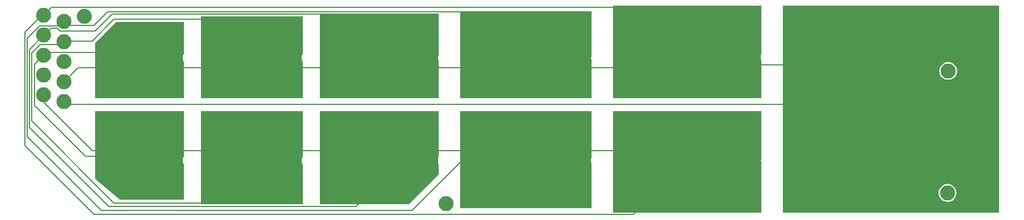
<source format=gbl>
G04 #@! TF.GenerationSoftware,KiCad,Pcbnew,7.0.1*
G04 #@! TF.CreationDate,2023-10-11T18:59:39-05:00*
G04 #@! TF.ProjectId,Touch_Board,546f7563-685f-4426-9f61-72642e6b6963,1*
G04 #@! TF.SameCoordinates,Original*
G04 #@! TF.FileFunction,Copper,L6,Bot*
G04 #@! TF.FilePolarity,Positive*
%FSLAX46Y46*%
G04 Gerber Fmt 4.6, Leading zero omitted, Abs format (unit mm)*
G04 Created by KiCad (PCBNEW 7.0.1) date 2023-10-11 18:59:39*
%MOMM*%
%LPD*%
G01*
G04 APERTURE LIST*
G04 #@! TA.AperFunction,ComponentPad*
%ADD10C,2.250000*%
G04 #@! TD*
G04 #@! TA.AperFunction,SMDPad,CuDef*
%ADD11R,0.500000X0.500000*%
G04 #@! TD*
G04 #@! TA.AperFunction,Conductor*
%ADD12C,0.130000*%
G04 #@! TD*
G04 #@! TA.AperFunction,Conductor*
%ADD13C,1.500000*%
G04 #@! TD*
G04 APERTURE END LIST*
D10*
X142822300Y-31724600D03*
X142822300Y-22724600D03*
X145922300Y-21924600D03*
X142822300Y-28724600D03*
X142822300Y-25724600D03*
X139822300Y-27724600D03*
X274989500Y-48414000D03*
X139822300Y-21724600D03*
X199989500Y-50014000D03*
X139789700Y-30724600D03*
X275089500Y-30114000D03*
X139822300Y-24724600D03*
X142822300Y-34724600D03*
X139822300Y-33724600D03*
D11*
X268494500Y-34234000D03*
X268494500Y-35134000D03*
X155004500Y-42954000D03*
X155004500Y-42054000D03*
X171904500Y-42944000D03*
X171904500Y-42044000D03*
X190914500Y-42944000D03*
X190914500Y-42044000D03*
X212554500Y-42934000D03*
X212554500Y-42034000D03*
X190914500Y-28704000D03*
X190914500Y-29604000D03*
X236754500Y-42924000D03*
X236754500Y-42024000D03*
X212564500Y-28694000D03*
X212564500Y-29594000D03*
X155004500Y-28724000D03*
X155004500Y-29624000D03*
X171904500Y-28704000D03*
X171904500Y-29604000D03*
X236744500Y-28684000D03*
X236744500Y-29584000D03*
D12*
X171904500Y-29604000D02*
X190914500Y-29604000D01*
X212554500Y-42034000D02*
X236744500Y-42034000D01*
X137314500Y-25234000D02*
X137314500Y-39924000D01*
X137974500Y-27424000D02*
X137974500Y-37594000D01*
X203024500Y-42934000D02*
X212554500Y-42934000D01*
X165207300Y-49921200D02*
X171904500Y-43224000D01*
X194884500Y-51074000D02*
X203024500Y-42934000D01*
X142822300Y-34724600D02*
X142822300Y-34861800D01*
X142822300Y-22724600D02*
X143412300Y-23314600D01*
X236744500Y-28684000D02*
X237280100Y-29219600D01*
X147513900Y-24114600D02*
X150014500Y-21614000D01*
X139513900Y-21724600D02*
X136979500Y-24259000D01*
X149490500Y-50480000D02*
X186488500Y-50480000D01*
X236734500Y-29594000D02*
X236744500Y-29584000D01*
X183824500Y-21614000D02*
X190914500Y-28704000D01*
X212564500Y-29594000D02*
X236734500Y-29594000D01*
X186488500Y-50480000D02*
X190914500Y-46054000D01*
X137974500Y-37594000D02*
X150301700Y-49921200D01*
X205084500Y-21214000D02*
X212564500Y-28694000D01*
X144922900Y-29624000D02*
X155004500Y-29624000D01*
X139822300Y-24724600D02*
X140882300Y-23664600D01*
X147084500Y-42054000D02*
X155004500Y-42054000D01*
X139822300Y-27724600D02*
X140212300Y-27334600D01*
X212554500Y-29604000D02*
X212564500Y-29594000D01*
X141796543Y-23664600D02*
X142246543Y-24114600D01*
X139822300Y-27724600D02*
X138399700Y-29147200D01*
X142822300Y-34861800D02*
X143094500Y-35134000D01*
X137644500Y-38634000D02*
X149490500Y-50480000D01*
X212544500Y-42044000D02*
X212554500Y-42034000D01*
X140882300Y-23664600D02*
X141796543Y-23664600D01*
X139822300Y-24724600D02*
X137644500Y-26902400D01*
X141012300Y-20534600D02*
X228595100Y-20534600D01*
X142212300Y-23334600D02*
X139213900Y-23334600D01*
X139822300Y-34791800D02*
X147084500Y-42054000D01*
D13*
X268494500Y-35134000D02*
X268494500Y-34234000D01*
D12*
X142432300Y-26114600D02*
X139283900Y-26114600D01*
X139822300Y-21724600D02*
X139513900Y-21724600D01*
X171894500Y-42054000D02*
X171904500Y-42044000D01*
X171904500Y-43224000D02*
X171904500Y-42944000D01*
X150319700Y-22362200D02*
X165562700Y-22362200D01*
X142932900Y-25614000D02*
X147067900Y-25614000D01*
X142246543Y-24114600D02*
X147513900Y-24114600D01*
X139213900Y-23334600D02*
X137314500Y-25234000D01*
X146014500Y-42954000D02*
X155004500Y-42954000D01*
X139822300Y-33724600D02*
X139822300Y-34791800D01*
X228043500Y-51635000D02*
X236754500Y-42924000D01*
X142822300Y-22724600D02*
X142212300Y-23334600D01*
X136979500Y-41279000D02*
X147335500Y-51635000D01*
X142822300Y-31724600D02*
X144922900Y-29624000D01*
X147067900Y-25614000D02*
X150319700Y-22362200D01*
X263480100Y-29219600D02*
X268494500Y-34234000D01*
X139283900Y-26114600D02*
X137974500Y-27424000D01*
X171904500Y-42044000D02*
X190914500Y-42044000D01*
X237280100Y-29219600D02*
X263480100Y-29219600D01*
X190914500Y-29604000D02*
X212554500Y-29604000D01*
X155004500Y-42054000D02*
X171894500Y-42054000D01*
X138399700Y-29147200D02*
X138399700Y-35339200D01*
X142822300Y-25724600D02*
X142432300Y-26114600D01*
X136979500Y-24259000D02*
X136979500Y-41279000D01*
X137314500Y-39924000D02*
X148464500Y-51074000D01*
X148464500Y-51074000D02*
X194884500Y-51074000D01*
X143094500Y-35134000D02*
X268494500Y-35134000D01*
X137644500Y-26902400D02*
X137644500Y-38634000D01*
X139822300Y-21724600D02*
X141012300Y-20534600D01*
X143412300Y-23314600D02*
X147283900Y-23314600D01*
X236744500Y-42034000D02*
X236754500Y-42024000D01*
X147283900Y-23314600D02*
X149384500Y-21214000D01*
X150301700Y-49921200D02*
X165207300Y-49921200D01*
X142822300Y-25724600D02*
X142932900Y-25614000D01*
X140212300Y-27334600D02*
X153615100Y-27334600D01*
X171884500Y-29624000D02*
X171904500Y-29604000D01*
X190914500Y-42044000D02*
X212544500Y-42044000D01*
X150014500Y-21614000D02*
X183824500Y-21614000D01*
X190914500Y-46054000D02*
X190914500Y-42944000D01*
X138399700Y-35339200D02*
X146014500Y-42954000D01*
X228595100Y-20534600D02*
X236744500Y-28684000D01*
X147335500Y-51635000D02*
X228043500Y-51635000D01*
X149384500Y-21214000D02*
X205084500Y-21214000D01*
X165562700Y-22362200D02*
X171904500Y-28704000D01*
X153615100Y-27334600D02*
X155004500Y-28724000D01*
X155004500Y-29624000D02*
X171884500Y-29624000D01*
G04 #@! TA.AperFunction,Conductor*
G36*
X282690148Y-20314852D02*
G01*
X282704500Y-20349500D01*
X282704500Y-51320000D01*
X282690148Y-51354648D01*
X282655500Y-51369000D01*
X250368500Y-51369000D01*
X250333852Y-51354648D01*
X250319500Y-51320000D01*
X250319500Y-48413999D01*
X273658937Y-48413999D01*
X273679151Y-48645054D01*
X273739179Y-48869078D01*
X273837199Y-49079284D01*
X273970228Y-49269268D01*
X274134231Y-49433271D01*
X274324215Y-49566300D01*
X274534421Y-49664320D01*
X274758445Y-49724348D01*
X274758446Y-49724348D01*
X274758450Y-49724349D01*
X274989500Y-49744563D01*
X275220550Y-49724349D01*
X275444579Y-49664320D01*
X275654782Y-49566301D01*
X275654782Y-49566300D01*
X275654784Y-49566300D01*
X275844768Y-49433271D01*
X276008771Y-49269268D01*
X276141800Y-49079284D01*
X276239820Y-48869078D01*
X276299848Y-48645054D01*
X276299848Y-48645053D01*
X276299849Y-48645050D01*
X276320063Y-48414000D01*
X276299849Y-48182950D01*
X276239820Y-47958921D01*
X276141801Y-47748719D01*
X276008770Y-47558731D01*
X276008768Y-47558728D01*
X275844768Y-47394728D01*
X275654784Y-47261699D01*
X275444578Y-47163679D01*
X275220554Y-47103651D01*
X274989500Y-47083437D01*
X274758445Y-47103651D01*
X274534422Y-47163679D01*
X274324221Y-47261697D01*
X274134228Y-47394731D01*
X273970231Y-47558728D01*
X273837197Y-47748721D01*
X273739179Y-47958922D01*
X273679151Y-48182945D01*
X273658937Y-48413999D01*
X250319500Y-48413999D01*
X250319500Y-35403696D01*
X268044500Y-35403696D01*
X268056104Y-35462037D01*
X268100308Y-35528191D01*
X268166462Y-35572395D01*
X268224804Y-35584000D01*
X268764196Y-35584000D01*
X268822537Y-35572395D01*
X268888691Y-35528191D01*
X268932895Y-35462037D01*
X268944500Y-35403696D01*
X268944500Y-34864304D01*
X268932895Y-34805962D01*
X268888691Y-34739808D01*
X268866144Y-34724742D01*
X268846967Y-34699751D01*
X268846967Y-34668249D01*
X268866144Y-34643258D01*
X268888691Y-34628191D01*
X268932895Y-34562037D01*
X268944500Y-34503696D01*
X268944500Y-33964304D01*
X268932895Y-33905962D01*
X268888691Y-33839808D01*
X268822537Y-33795604D01*
X268764196Y-33784000D01*
X268224804Y-33784000D01*
X268166462Y-33795604D01*
X268100308Y-33839808D01*
X268056104Y-33905962D01*
X268044500Y-33964304D01*
X268044500Y-34503696D01*
X268056104Y-34562037D01*
X268100307Y-34628191D01*
X268122856Y-34643258D01*
X268142032Y-34668250D01*
X268142032Y-34699750D01*
X268122856Y-34724742D01*
X268100307Y-34739808D01*
X268056104Y-34805962D01*
X268044500Y-34864304D01*
X268044500Y-35403696D01*
X250319500Y-35403696D01*
X250319500Y-30114000D01*
X273758937Y-30114000D01*
X273779151Y-30345054D01*
X273839179Y-30569078D01*
X273937199Y-30779284D01*
X274070228Y-30969268D01*
X274234231Y-31133271D01*
X274424215Y-31266300D01*
X274634421Y-31364320D01*
X274858445Y-31424348D01*
X274858446Y-31424348D01*
X274858450Y-31424349D01*
X275089500Y-31444563D01*
X275320550Y-31424349D01*
X275544579Y-31364320D01*
X275754782Y-31266301D01*
X275754782Y-31266300D01*
X275754784Y-31266300D01*
X275944768Y-31133271D01*
X276108771Y-30969268D01*
X276241800Y-30779284D01*
X276339820Y-30569078D01*
X276399848Y-30345054D01*
X276399848Y-30345053D01*
X276399849Y-30345050D01*
X276420063Y-30114000D01*
X276399849Y-29882950D01*
X276339820Y-29658921D01*
X276241801Y-29448719D01*
X276108770Y-29258731D01*
X276108768Y-29258728D01*
X275944768Y-29094728D01*
X275754784Y-28961699D01*
X275544578Y-28863679D01*
X275320554Y-28803651D01*
X275089500Y-28783437D01*
X274858445Y-28803651D01*
X274634422Y-28863679D01*
X274424221Y-28961697D01*
X274234228Y-29094731D01*
X274070231Y-29258728D01*
X273937197Y-29448721D01*
X273839179Y-29658922D01*
X273779151Y-29882945D01*
X273758937Y-30114000D01*
X250319500Y-30114000D01*
X250319500Y-20349500D01*
X250333852Y-20314852D01*
X250368500Y-20300500D01*
X282655500Y-20300500D01*
X282690148Y-20314852D01*
G37*
G04 #@! TD.AperFunction*
G04 #@! TA.AperFunction,Conductor*
G36*
X178550148Y-21918352D02*
G01*
X178564500Y-21953000D01*
X178564500Y-27533331D01*
X178559909Y-27554039D01*
X178488987Y-27706130D01*
X178429911Y-27926606D01*
X178410017Y-28153999D01*
X178429911Y-28381393D01*
X178488987Y-28601869D01*
X178559909Y-28753960D01*
X178564500Y-28774668D01*
X178564500Y-34175000D01*
X178550148Y-34209648D01*
X178515500Y-34224000D01*
X163383460Y-34224000D01*
X163348826Y-34209662D01*
X163334460Y-34175040D01*
X163330547Y-29354000D01*
X171654500Y-29354000D01*
X171654500Y-29854000D01*
X172154500Y-29854000D01*
X172154500Y-29354000D01*
X171654500Y-29354000D01*
X163330547Y-29354000D01*
X163329817Y-28454000D01*
X171654500Y-28454000D01*
X171654500Y-28954000D01*
X172154500Y-28954000D01*
X172154500Y-28454000D01*
X171654500Y-28454000D01*
X163329817Y-28454000D01*
X163324540Y-21953040D01*
X163331092Y-21928523D01*
X163349029Y-21910571D01*
X163373540Y-21904000D01*
X178515500Y-21904000D01*
X178550148Y-21918352D01*
G37*
G04 #@! TD.AperFunction*
G04 #@! TA.AperFunction,Conductor*
G36*
X221730148Y-36143352D02*
G01*
X221744500Y-36178000D01*
X221744500Y-43143752D01*
X221742830Y-43156434D01*
X221699911Y-43316606D01*
X221680017Y-43543999D01*
X221699911Y-43771393D01*
X221742830Y-43931566D01*
X221744500Y-43944248D01*
X221744500Y-50685000D01*
X221730148Y-50719648D01*
X221695500Y-50734000D01*
X202108500Y-50734000D01*
X202073852Y-50719648D01*
X202059500Y-50685000D01*
X202059500Y-42684000D01*
X212304500Y-42684000D01*
X212304500Y-43184000D01*
X212804500Y-43184000D01*
X212804500Y-42684000D01*
X212304500Y-42684000D01*
X202059500Y-42684000D01*
X202059500Y-41784000D01*
X212304500Y-41784000D01*
X212304500Y-42284000D01*
X212804500Y-42284000D01*
X212804500Y-41784000D01*
X212304500Y-41784000D01*
X202059500Y-41784000D01*
X202059500Y-36178000D01*
X202073852Y-36143352D01*
X202108500Y-36129000D01*
X221695500Y-36129000D01*
X221730148Y-36143352D01*
G37*
G04 #@! TD.AperFunction*
G04 #@! TA.AperFunction,Conductor*
G36*
X198870148Y-21538352D02*
G01*
X198884500Y-21573000D01*
X198884500Y-27703446D01*
X198879909Y-27724154D01*
X198878987Y-27726130D01*
X198819911Y-27946606D01*
X198800017Y-28173999D01*
X198819911Y-28401393D01*
X198878987Y-28621869D01*
X198879909Y-28623846D01*
X198884500Y-28644554D01*
X198884500Y-34175000D01*
X198870148Y-34209648D01*
X198835500Y-34224000D01*
X181153500Y-34224000D01*
X181118852Y-34209648D01*
X181104500Y-34175000D01*
X181104500Y-29354000D01*
X190664500Y-29354000D01*
X190664500Y-29854000D01*
X191164500Y-29854000D01*
X191164500Y-29354000D01*
X190664500Y-29354000D01*
X181104500Y-29354000D01*
X181104500Y-28454000D01*
X190664500Y-28454000D01*
X190664500Y-28954000D01*
X191164500Y-28954000D01*
X191164500Y-28454000D01*
X190664500Y-28454000D01*
X181104500Y-28454000D01*
X181104500Y-21573000D01*
X181118852Y-21538352D01*
X181153500Y-21524000D01*
X198835500Y-21524000D01*
X198870148Y-21538352D01*
G37*
G04 #@! TD.AperFunction*
G04 #@! TA.AperFunction,Conductor*
G36*
X247130148Y-36143352D02*
G01*
X247144500Y-36178000D01*
X247144500Y-43228393D01*
X247142830Y-43241075D01*
X247119911Y-43326606D01*
X247100017Y-43553999D01*
X247119911Y-43781393D01*
X247142830Y-43866925D01*
X247144500Y-43879607D01*
X247144500Y-51320000D01*
X247130148Y-51354648D01*
X247095500Y-51369000D01*
X224968500Y-51369000D01*
X224933852Y-51354648D01*
X224919500Y-51320000D01*
X224919500Y-42674000D01*
X236504500Y-42674000D01*
X236504500Y-43174000D01*
X237004500Y-43174000D01*
X237004500Y-42674000D01*
X236504500Y-42674000D01*
X224919500Y-42674000D01*
X224919500Y-41774000D01*
X236504500Y-41774000D01*
X236504500Y-42274000D01*
X237004500Y-42274000D01*
X237004500Y-41774000D01*
X236504500Y-41774000D01*
X224919500Y-41774000D01*
X224919500Y-36178000D01*
X224933852Y-36143352D01*
X224968500Y-36129000D01*
X247095500Y-36129000D01*
X247130148Y-36143352D01*
G37*
G04 #@! TD.AperFunction*
G04 #@! TA.AperFunction,Conductor*
G36*
X178550148Y-36143352D02*
G01*
X178564500Y-36178000D01*
X178564500Y-42961886D01*
X178559909Y-42982594D01*
X178478987Y-43156130D01*
X178419911Y-43376606D01*
X178400017Y-43604000D01*
X178419911Y-43831393D01*
X178478987Y-44051869D01*
X178559909Y-44225405D01*
X178564500Y-44246113D01*
X178564500Y-50050000D01*
X178550148Y-50084648D01*
X178515500Y-50099000D01*
X163373500Y-50099000D01*
X163338852Y-50084648D01*
X163324500Y-50050000D01*
X163324500Y-42694000D01*
X171654500Y-42694000D01*
X171654500Y-43194000D01*
X172154500Y-43194000D01*
X172154500Y-42694000D01*
X171654500Y-42694000D01*
X163324500Y-42694000D01*
X163324500Y-41794000D01*
X171654500Y-41794000D01*
X171654500Y-42294000D01*
X172154500Y-42294000D01*
X172154500Y-41794000D01*
X171654500Y-41794000D01*
X163324500Y-41794000D01*
X163324500Y-36178000D01*
X163338852Y-36143352D01*
X163373500Y-36129000D01*
X178515500Y-36129000D01*
X178550148Y-36143352D01*
G37*
G04 #@! TD.AperFunction*
G04 #@! TA.AperFunction,Conductor*
G36*
X198870148Y-36143352D02*
G01*
X198884500Y-36178000D01*
X198884500Y-42997666D01*
X198879909Y-43018374D01*
X198838987Y-43106130D01*
X198779911Y-43326606D01*
X198760017Y-43553999D01*
X198779911Y-43781393D01*
X198838986Y-44001866D01*
X198879909Y-44089624D01*
X198884500Y-44110333D01*
X198884500Y-45633704D01*
X198870148Y-45668352D01*
X194453852Y-50084648D01*
X194419204Y-50099000D01*
X181153500Y-50099000D01*
X181118852Y-50084648D01*
X181104500Y-50050000D01*
X181104500Y-42694000D01*
X190664500Y-42694000D01*
X190664500Y-43194000D01*
X191164500Y-43194000D01*
X191164500Y-42694000D01*
X190664500Y-42694000D01*
X181104500Y-42694000D01*
X181104500Y-41794000D01*
X190664500Y-41794000D01*
X190664500Y-42294000D01*
X191164500Y-42294000D01*
X191164500Y-41794000D01*
X190664500Y-41794000D01*
X181104500Y-41794000D01*
X181104500Y-36178000D01*
X181118852Y-36143352D01*
X181153500Y-36129000D01*
X198835500Y-36129000D01*
X198870148Y-36143352D01*
G37*
G04 #@! TD.AperFunction*
G04 #@! TA.AperFunction,Conductor*
G36*
X160770148Y-22808352D02*
G01*
X160784500Y-22843000D01*
X160784500Y-27480441D01*
X160779909Y-27501149D01*
X160688987Y-27696130D01*
X160629911Y-27916606D01*
X160610017Y-28143999D01*
X160629911Y-28371393D01*
X160688987Y-28591869D01*
X160779909Y-28786850D01*
X160784500Y-28807558D01*
X160784500Y-34175000D01*
X160770148Y-34209648D01*
X160735500Y-34224000D01*
X147498500Y-34224000D01*
X147463852Y-34209648D01*
X147449500Y-34175000D01*
X147449500Y-29374000D01*
X154754500Y-29374000D01*
X154754500Y-29874000D01*
X155254500Y-29874000D01*
X155254500Y-29374000D01*
X154754500Y-29374000D01*
X147449500Y-29374000D01*
X147449500Y-28474000D01*
X154754500Y-28474000D01*
X154754500Y-28974000D01*
X155254500Y-28974000D01*
X155254500Y-28474000D01*
X154754500Y-28474000D01*
X147449500Y-28474000D01*
X147449500Y-25989296D01*
X147463852Y-25954648D01*
X150610148Y-22808352D01*
X150644796Y-22794000D01*
X160735500Y-22794000D01*
X160770148Y-22808352D01*
G37*
G04 #@! TD.AperFunction*
G04 #@! TA.AperFunction,Conductor*
G36*
X247130148Y-20314852D02*
G01*
X247144500Y-20349500D01*
X247144500Y-27603446D01*
X247139909Y-27624154D01*
X247138987Y-27626130D01*
X247079911Y-27846606D01*
X247060017Y-28074000D01*
X247079911Y-28301393D01*
X247138987Y-28521869D01*
X247139909Y-28523846D01*
X247144500Y-28544554D01*
X247144500Y-34175000D01*
X247130148Y-34209648D01*
X247095500Y-34224000D01*
X224968500Y-34224000D01*
X224933852Y-34209648D01*
X224919500Y-34175000D01*
X224919500Y-29334000D01*
X236494500Y-29334000D01*
X236494500Y-29834000D01*
X236994500Y-29834000D01*
X236994500Y-29334000D01*
X236494500Y-29334000D01*
X224919500Y-29334000D01*
X224919500Y-28434000D01*
X236494500Y-28434000D01*
X236494500Y-28934000D01*
X236994500Y-28934000D01*
X236994500Y-28434000D01*
X236494500Y-28434000D01*
X224919500Y-28434000D01*
X224919500Y-20349500D01*
X224933852Y-20314852D01*
X224968500Y-20300500D01*
X247095500Y-20300500D01*
X247130148Y-20314852D01*
G37*
G04 #@! TD.AperFunction*
G04 #@! TA.AperFunction,Conductor*
G36*
X221730148Y-21138352D02*
G01*
X221744500Y-21173000D01*
X221744500Y-27771073D01*
X221742830Y-27783755D01*
X221709911Y-27906606D01*
X221690017Y-28133999D01*
X221709911Y-28361393D01*
X221742830Y-28484245D01*
X221744500Y-28496927D01*
X221744500Y-34175000D01*
X221730148Y-34209648D01*
X221695500Y-34224000D01*
X202108500Y-34224000D01*
X202073852Y-34209648D01*
X202059500Y-34175000D01*
X202059500Y-29344000D01*
X212314500Y-29344000D01*
X212314500Y-29844000D01*
X212814500Y-29844000D01*
X212814500Y-29344000D01*
X212314500Y-29344000D01*
X202059500Y-29344000D01*
X202059500Y-28444000D01*
X212314500Y-28444000D01*
X212314500Y-28944000D01*
X212814500Y-28944000D01*
X212814500Y-28444000D01*
X212314500Y-28444000D01*
X202059500Y-28444000D01*
X202059500Y-21173000D01*
X202073852Y-21138352D01*
X202108500Y-21124000D01*
X221695500Y-21124000D01*
X221730148Y-21138352D01*
G37*
G04 #@! TD.AperFunction*
G04 #@! TA.AperFunction,Conductor*
G36*
X160770148Y-36143352D02*
G01*
X160784500Y-36178000D01*
X160784500Y-42890890D01*
X160776841Y-42915174D01*
X160777266Y-42915372D01*
X160775763Y-42918594D01*
X160775636Y-42918998D01*
X160775453Y-42919257D01*
X160678987Y-43126130D01*
X160619911Y-43346606D01*
X160600017Y-43573999D01*
X160619911Y-43801393D01*
X160678987Y-44021869D01*
X160775453Y-44228740D01*
X160775636Y-44229001D01*
X160775763Y-44229404D01*
X160777266Y-44232627D01*
X160776841Y-44232824D01*
X160784500Y-44257109D01*
X160784500Y-49415000D01*
X160770148Y-49449648D01*
X160735500Y-49464000D01*
X151277241Y-49464000D01*
X151245872Y-49452643D01*
X149734375Y-48193062D01*
X147467129Y-46303691D01*
X147454126Y-46286834D01*
X147449500Y-46266050D01*
X147449500Y-42704000D01*
X154754500Y-42704000D01*
X154754500Y-43204000D01*
X155254500Y-43204000D01*
X155254500Y-42704000D01*
X154754500Y-42704000D01*
X147449500Y-42704000D01*
X147449500Y-41804000D01*
X154754500Y-41804000D01*
X154754500Y-42304000D01*
X155254500Y-42304000D01*
X155254500Y-41804000D01*
X154754500Y-41804000D01*
X147449500Y-41804000D01*
X147449500Y-36178000D01*
X147463852Y-36143352D01*
X147498500Y-36129000D01*
X160735500Y-36129000D01*
X160770148Y-36143352D01*
G37*
G04 #@! TD.AperFunction*
M02*

</source>
